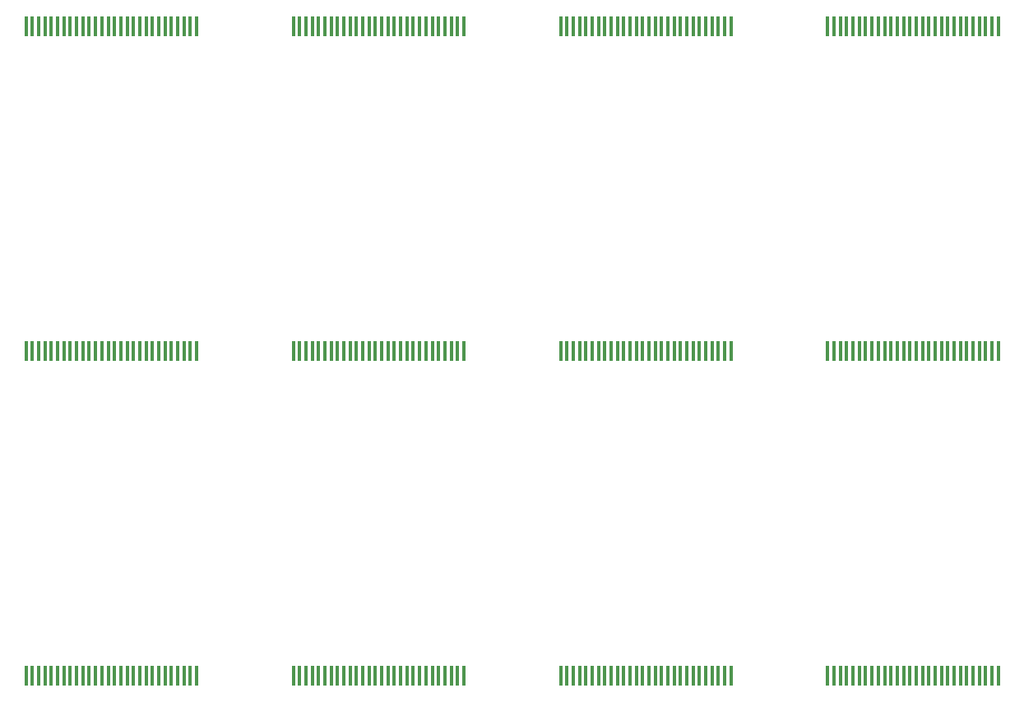
<source format=gbp>
G75*
%MOIN*%
%OFA0B0*%
%FSLAX25Y25*%
%IPPOS*%
%LPD*%
%AMOC8*
5,1,8,0,0,1.08239X$1,22.5*
%
%ADD10R,0.01378X0.07874*%
D10*
X0021306Y0108337D03*
X0023865Y0108337D03*
X0026424Y0108337D03*
X0028983Y0108337D03*
X0031542Y0108337D03*
X0034101Y0108337D03*
X0036660Y0108337D03*
X0039219Y0108337D03*
X0041778Y0108337D03*
X0044337Y0108337D03*
X0046896Y0108337D03*
X0049455Y0108337D03*
X0052014Y0108337D03*
X0054573Y0108337D03*
X0057132Y0108337D03*
X0059691Y0108337D03*
X0062250Y0108337D03*
X0064809Y0108337D03*
X0067369Y0108337D03*
X0069928Y0108337D03*
X0072487Y0108337D03*
X0075046Y0108337D03*
X0077605Y0108337D03*
X0080164Y0108337D03*
X0082723Y0108337D03*
X0085282Y0108337D03*
X0087841Y0108337D03*
X0090400Y0108337D03*
X0129606Y0108337D03*
X0132165Y0108337D03*
X0134724Y0108337D03*
X0137283Y0108337D03*
X0139842Y0108337D03*
X0142401Y0108337D03*
X0144960Y0108337D03*
X0147519Y0108337D03*
X0150078Y0108337D03*
X0152637Y0108337D03*
X0155196Y0108337D03*
X0157755Y0108337D03*
X0160314Y0108337D03*
X0162873Y0108337D03*
X0165432Y0108337D03*
X0167991Y0108337D03*
X0170550Y0108337D03*
X0173109Y0108337D03*
X0175669Y0108337D03*
X0178228Y0108337D03*
X0180787Y0108337D03*
X0183346Y0108337D03*
X0185905Y0108337D03*
X0188464Y0108337D03*
X0191023Y0108337D03*
X0193582Y0108337D03*
X0196141Y0108337D03*
X0198700Y0108337D03*
X0237906Y0108337D03*
X0240465Y0108337D03*
X0243024Y0108337D03*
X0245583Y0108337D03*
X0248142Y0108337D03*
X0250701Y0108337D03*
X0253260Y0108337D03*
X0255819Y0108337D03*
X0258378Y0108337D03*
X0260937Y0108337D03*
X0263496Y0108337D03*
X0266055Y0108337D03*
X0268614Y0108337D03*
X0271173Y0108337D03*
X0273732Y0108337D03*
X0276291Y0108337D03*
X0278850Y0108337D03*
X0281409Y0108337D03*
X0283969Y0108337D03*
X0286528Y0108337D03*
X0289087Y0108337D03*
X0291646Y0108337D03*
X0294205Y0108337D03*
X0296764Y0108337D03*
X0299323Y0108337D03*
X0301882Y0108337D03*
X0304441Y0108337D03*
X0307000Y0108337D03*
X0346206Y0108337D03*
X0348765Y0108337D03*
X0351324Y0108337D03*
X0353883Y0108337D03*
X0356442Y0108337D03*
X0359001Y0108337D03*
X0361560Y0108337D03*
X0364119Y0108337D03*
X0366678Y0108337D03*
X0369237Y0108337D03*
X0371796Y0108337D03*
X0374355Y0108337D03*
X0376914Y0108337D03*
X0379473Y0108337D03*
X0382032Y0108337D03*
X0384591Y0108337D03*
X0387150Y0108337D03*
X0389709Y0108337D03*
X0392269Y0108337D03*
X0394828Y0108337D03*
X0397387Y0108337D03*
X0399946Y0108337D03*
X0402505Y0108337D03*
X0405064Y0108337D03*
X0407623Y0108337D03*
X0410182Y0108337D03*
X0412741Y0108337D03*
X0415300Y0108337D03*
X0415300Y0239937D03*
X0412741Y0239937D03*
X0410182Y0239937D03*
X0407623Y0239937D03*
X0405064Y0239937D03*
X0402505Y0239937D03*
X0399946Y0239937D03*
X0397387Y0239937D03*
X0394828Y0239937D03*
X0392269Y0239937D03*
X0389709Y0239937D03*
X0387150Y0239937D03*
X0384591Y0239937D03*
X0382032Y0239937D03*
X0379473Y0239937D03*
X0376914Y0239937D03*
X0374355Y0239937D03*
X0371796Y0239937D03*
X0369237Y0239937D03*
X0366678Y0239937D03*
X0364119Y0239937D03*
X0361560Y0239937D03*
X0359001Y0239937D03*
X0356442Y0239937D03*
X0353883Y0239937D03*
X0351324Y0239937D03*
X0348765Y0239937D03*
X0346206Y0239937D03*
X0307000Y0239937D03*
X0304441Y0239937D03*
X0301882Y0239937D03*
X0299323Y0239937D03*
X0296764Y0239937D03*
X0294205Y0239937D03*
X0291646Y0239937D03*
X0289087Y0239937D03*
X0286528Y0239937D03*
X0283969Y0239937D03*
X0281409Y0239937D03*
X0278850Y0239937D03*
X0276291Y0239937D03*
X0273732Y0239937D03*
X0271173Y0239937D03*
X0268614Y0239937D03*
X0266055Y0239937D03*
X0263496Y0239937D03*
X0260937Y0239937D03*
X0258378Y0239937D03*
X0255819Y0239937D03*
X0253260Y0239937D03*
X0250701Y0239937D03*
X0248142Y0239937D03*
X0245583Y0239937D03*
X0243024Y0239937D03*
X0240465Y0239937D03*
X0237906Y0239937D03*
X0198700Y0239937D03*
X0196141Y0239937D03*
X0193582Y0239937D03*
X0191023Y0239937D03*
X0188464Y0239937D03*
X0185905Y0239937D03*
X0183346Y0239937D03*
X0180787Y0239937D03*
X0178228Y0239937D03*
X0175669Y0239937D03*
X0173109Y0239937D03*
X0170550Y0239937D03*
X0167991Y0239937D03*
X0165432Y0239937D03*
X0162873Y0239937D03*
X0160314Y0239937D03*
X0157755Y0239937D03*
X0155196Y0239937D03*
X0152637Y0239937D03*
X0150078Y0239937D03*
X0147519Y0239937D03*
X0144960Y0239937D03*
X0142401Y0239937D03*
X0139842Y0239937D03*
X0137283Y0239937D03*
X0134724Y0239937D03*
X0132165Y0239937D03*
X0129606Y0239937D03*
X0090400Y0239937D03*
X0087841Y0239937D03*
X0085282Y0239937D03*
X0082723Y0239937D03*
X0080164Y0239937D03*
X0077605Y0239937D03*
X0075046Y0239937D03*
X0072487Y0239937D03*
X0069928Y0239937D03*
X0067369Y0239937D03*
X0064809Y0239937D03*
X0062250Y0239937D03*
X0059691Y0239937D03*
X0057132Y0239937D03*
X0054573Y0239937D03*
X0052014Y0239937D03*
X0049455Y0239937D03*
X0046896Y0239937D03*
X0044337Y0239937D03*
X0041778Y0239937D03*
X0039219Y0239937D03*
X0036660Y0239937D03*
X0034101Y0239937D03*
X0031542Y0239937D03*
X0028983Y0239937D03*
X0026424Y0239937D03*
X0023865Y0239937D03*
X0021306Y0239937D03*
X0021306Y0371537D03*
X0023865Y0371537D03*
X0026424Y0371537D03*
X0028983Y0371537D03*
X0031542Y0371537D03*
X0034101Y0371537D03*
X0036660Y0371537D03*
X0039219Y0371537D03*
X0041778Y0371537D03*
X0044337Y0371537D03*
X0046896Y0371537D03*
X0049455Y0371537D03*
X0052014Y0371537D03*
X0054573Y0371537D03*
X0057132Y0371537D03*
X0059691Y0371537D03*
X0062250Y0371537D03*
X0064809Y0371537D03*
X0067369Y0371537D03*
X0069928Y0371537D03*
X0072487Y0371537D03*
X0075046Y0371537D03*
X0077605Y0371537D03*
X0080164Y0371537D03*
X0082723Y0371537D03*
X0085282Y0371537D03*
X0087841Y0371537D03*
X0090400Y0371537D03*
X0129606Y0371537D03*
X0132165Y0371537D03*
X0134724Y0371537D03*
X0137283Y0371537D03*
X0139842Y0371537D03*
X0142401Y0371537D03*
X0144960Y0371537D03*
X0147519Y0371537D03*
X0150078Y0371537D03*
X0152637Y0371537D03*
X0155196Y0371537D03*
X0157755Y0371537D03*
X0160314Y0371537D03*
X0162873Y0371537D03*
X0165432Y0371537D03*
X0167991Y0371537D03*
X0170550Y0371537D03*
X0173109Y0371537D03*
X0175669Y0371537D03*
X0178228Y0371537D03*
X0180787Y0371537D03*
X0183346Y0371537D03*
X0185905Y0371537D03*
X0188464Y0371537D03*
X0191023Y0371537D03*
X0193582Y0371537D03*
X0196141Y0371537D03*
X0198700Y0371537D03*
X0237906Y0371537D03*
X0240465Y0371537D03*
X0243024Y0371537D03*
X0245583Y0371537D03*
X0248142Y0371537D03*
X0250701Y0371537D03*
X0253260Y0371537D03*
X0255819Y0371537D03*
X0258378Y0371537D03*
X0260937Y0371537D03*
X0263496Y0371537D03*
X0266055Y0371537D03*
X0268614Y0371537D03*
X0271173Y0371537D03*
X0273732Y0371537D03*
X0276291Y0371537D03*
X0278850Y0371537D03*
X0281409Y0371537D03*
X0283969Y0371537D03*
X0286528Y0371537D03*
X0289087Y0371537D03*
X0291646Y0371537D03*
X0294205Y0371537D03*
X0296764Y0371537D03*
X0299323Y0371537D03*
X0301882Y0371537D03*
X0304441Y0371537D03*
X0307000Y0371537D03*
X0346206Y0371537D03*
X0348765Y0371537D03*
X0351324Y0371537D03*
X0353883Y0371537D03*
X0356442Y0371537D03*
X0359001Y0371537D03*
X0361560Y0371537D03*
X0364119Y0371537D03*
X0366678Y0371537D03*
X0369237Y0371537D03*
X0371796Y0371537D03*
X0374355Y0371537D03*
X0376914Y0371537D03*
X0379473Y0371537D03*
X0382032Y0371537D03*
X0384591Y0371537D03*
X0387150Y0371537D03*
X0389709Y0371537D03*
X0392269Y0371537D03*
X0394828Y0371537D03*
X0397387Y0371537D03*
X0399946Y0371537D03*
X0402505Y0371537D03*
X0405064Y0371537D03*
X0407623Y0371537D03*
X0410182Y0371537D03*
X0412741Y0371537D03*
X0415300Y0371537D03*
M02*

</source>
